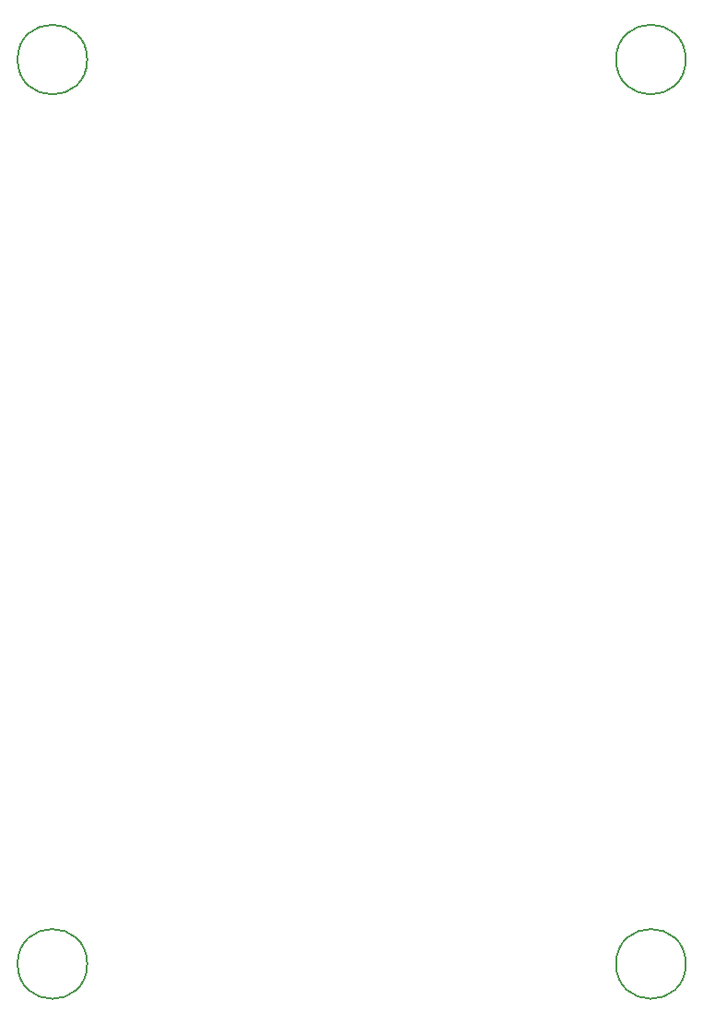
<source format=gbr>
%TF.GenerationSoftware,KiCad,Pcbnew,7.0.7*%
%TF.CreationDate,2023-11-22T16:36:34+01:00*%
%TF.ProjectId,BOB4ENCODER,424f4234-454e-4434-9f44-45522e6b6963,rev?*%
%TF.SameCoordinates,Original*%
%TF.FileFunction,Other,Comment*%
%FSLAX46Y46*%
G04 Gerber Fmt 4.6, Leading zero omitted, Abs format (unit mm)*
G04 Created by KiCad (PCBNEW 7.0.7) date 2023-11-22 16:36:34*
%MOMM*%
%LPD*%
G01*
G04 APERTURE LIST*
%ADD10C,0.150000*%
G04 APERTURE END LIST*
D10*
%TO.C,H3*%
X63200000Y-88000000D02*
G75*
G03*
X63200000Y-88000000I-3200000J0D01*
G01*
%TO.C,H1*%
X8200000Y-5000000D02*
G75*
G03*
X8200000Y-5000000I-3200000J0D01*
G01*
%TO.C,H4*%
X63200000Y-5000000D02*
G75*
G03*
X63200000Y-5000000I-3200000J0D01*
G01*
%TO.C,H2*%
X8200000Y-88000000D02*
G75*
G03*
X8200000Y-88000000I-3200000J0D01*
G01*
%TD*%
M02*

</source>
